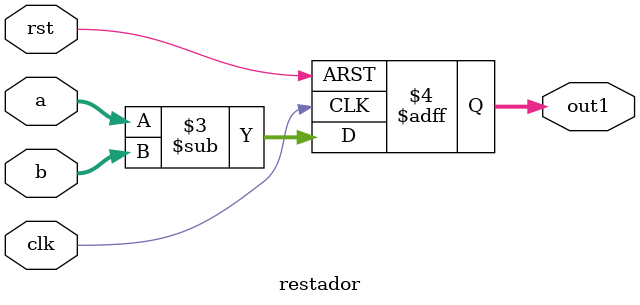
<source format=v>
module restador #( // Parámetros: el numero de bits
	parameter n=32
	)(
	
	input clk, rst, // clk es 1 bit 
	input wire [n-1:0] a,b,	
	output reg [n-1:0] out1
	);
	
	always @(posedge clk or negedge rst)begin 
		if (!rst) begin
			out1 = {n{1'b0}} ;
		end else begin
		out1= $signed(a) - $signed(b); 
	end	
end
endmodule 

	
	
	
</source>
